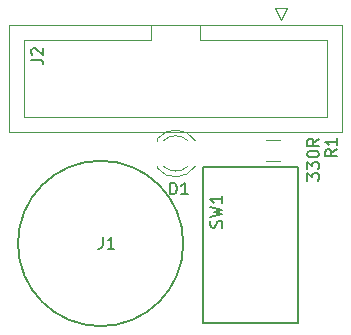
<source format=gbr>
%TF.GenerationSoftware,KiCad,Pcbnew,(5.1.9)-1*%
%TF.CreationDate,2021-03-02T23:47:49+00:00*%
%TF.ProjectId,Power In,506f7765-7220-4496-9e2e-6b696361645f,rev?*%
%TF.SameCoordinates,Original*%
%TF.FileFunction,Legend,Top*%
%TF.FilePolarity,Positive*%
%FSLAX46Y46*%
G04 Gerber Fmt 4.6, Leading zero omitted, Abs format (unit mm)*
G04 Created by KiCad (PCBNEW (5.1.9)-1) date 2021-03-02 23:47:49*
%MOMM*%
%LPD*%
G01*
G04 APERTURE LIST*
%ADD10C,0.120000*%
%ADD11C,0.150000*%
G04 APERTURE END LIST*
D10*
%TO.C,R1*%
X149825000Y-86986000D02*
X148625000Y-86986000D01*
X148625000Y-85226000D02*
X149825000Y-85226000D01*
%TO.C,D1*%
X139410000Y-87440000D02*
X139410000Y-87596000D01*
X139410000Y-85124000D02*
X139410000Y-85280000D01*
X142642335Y-85281392D02*
G75*
G03*
X139410000Y-85124484I-1672335J-1078608D01*
G01*
X142642335Y-87438608D02*
G75*
G02*
X139410000Y-87595516I-1672335J1078608D01*
G01*
X142011130Y-85280163D02*
G75*
G03*
X139929039Y-85280000I-1041130J-1079837D01*
G01*
X142011130Y-87439837D02*
G75*
G02*
X139929039Y-87440000I-1041130J1079837D01*
G01*
D11*
%TO.C,SW1*%
X143320000Y-100700000D02*
X151320000Y-100700000D01*
X151320000Y-100700000D02*
X151320000Y-87500000D01*
X151320000Y-87500000D02*
X143320000Y-87500000D01*
X143320000Y-87500000D02*
X143320000Y-100700000D01*
D10*
%TO.C,J2*%
X155070000Y-75450000D02*
X155070000Y-84570000D01*
X155070000Y-84570000D02*
X126870000Y-84570000D01*
X126870000Y-84570000D02*
X126870000Y-75450000D01*
X126870000Y-75450000D02*
X155070000Y-75450000D01*
X143020000Y-75450000D02*
X143020000Y-76760000D01*
X143020000Y-76760000D02*
X153770000Y-76760000D01*
X153770000Y-76760000D02*
X153770000Y-83260000D01*
X153770000Y-83260000D02*
X128170000Y-83260000D01*
X128170000Y-83260000D02*
X128170000Y-76760000D01*
X128170000Y-76760000D02*
X138920000Y-76760000D01*
X138920000Y-76760000D02*
X138920000Y-76760000D01*
X138920000Y-76760000D02*
X138920000Y-75450000D01*
X149860000Y-75060000D02*
X150360000Y-74060000D01*
X150360000Y-74060000D02*
X149360000Y-74060000D01*
X149360000Y-74060000D02*
X149860000Y-75060000D01*
D11*
%TO.C,J1*%
X141620000Y-93980000D02*
G75*
G03*
X141620000Y-93980000I-7000000J0D01*
G01*
%TO.C,R1*%
X154630380Y-86018666D02*
X154154190Y-86352000D01*
X154630380Y-86590095D02*
X153630380Y-86590095D01*
X153630380Y-86209142D01*
X153678000Y-86113904D01*
X153725619Y-86066285D01*
X153820857Y-86018666D01*
X153963714Y-86018666D01*
X154058952Y-86066285D01*
X154106571Y-86113904D01*
X154154190Y-86209142D01*
X154154190Y-86590095D01*
X154630380Y-85066285D02*
X154630380Y-85637714D01*
X154630380Y-85352000D02*
X153630380Y-85352000D01*
X153773238Y-85447238D01*
X153868476Y-85542476D01*
X153916095Y-85637714D01*
X152106380Y-88653714D02*
X152106380Y-88034666D01*
X152487333Y-88368000D01*
X152487333Y-88225142D01*
X152534952Y-88129904D01*
X152582571Y-88082285D01*
X152677809Y-88034666D01*
X152915904Y-88034666D01*
X153011142Y-88082285D01*
X153058761Y-88129904D01*
X153106380Y-88225142D01*
X153106380Y-88510857D01*
X153058761Y-88606095D01*
X153011142Y-88653714D01*
X152106380Y-87701333D02*
X152106380Y-87082285D01*
X152487333Y-87415619D01*
X152487333Y-87272761D01*
X152534952Y-87177523D01*
X152582571Y-87129904D01*
X152677809Y-87082285D01*
X152915904Y-87082285D01*
X153011142Y-87129904D01*
X153058761Y-87177523D01*
X153106380Y-87272761D01*
X153106380Y-87558476D01*
X153058761Y-87653714D01*
X153011142Y-87701333D01*
X152106380Y-86463238D02*
X152106380Y-86368000D01*
X152154000Y-86272761D01*
X152201619Y-86225142D01*
X152296857Y-86177523D01*
X152487333Y-86129904D01*
X152725428Y-86129904D01*
X152915904Y-86177523D01*
X153011142Y-86225142D01*
X153058761Y-86272761D01*
X153106380Y-86368000D01*
X153106380Y-86463238D01*
X153058761Y-86558476D01*
X153011142Y-86606095D01*
X152915904Y-86653714D01*
X152725428Y-86701333D01*
X152487333Y-86701333D01*
X152296857Y-86653714D01*
X152201619Y-86606095D01*
X152154000Y-86558476D01*
X152106380Y-86463238D01*
X153106380Y-85129904D02*
X152630190Y-85463238D01*
X153106380Y-85701333D02*
X152106380Y-85701333D01*
X152106380Y-85320380D01*
X152154000Y-85225142D01*
X152201619Y-85177523D01*
X152296857Y-85129904D01*
X152439714Y-85129904D01*
X152534952Y-85177523D01*
X152582571Y-85225142D01*
X152630190Y-85320380D01*
X152630190Y-85701333D01*
%TO.C,D1*%
X140485904Y-89822380D02*
X140485904Y-88822380D01*
X140724000Y-88822380D01*
X140866857Y-88870000D01*
X140962095Y-88965238D01*
X141009714Y-89060476D01*
X141057333Y-89250952D01*
X141057333Y-89393809D01*
X141009714Y-89584285D01*
X140962095Y-89679523D01*
X140866857Y-89774761D01*
X140724000Y-89822380D01*
X140485904Y-89822380D01*
X142009714Y-89822380D02*
X141438285Y-89822380D01*
X141724000Y-89822380D02*
X141724000Y-88822380D01*
X141628761Y-88965238D01*
X141533523Y-89060476D01*
X141438285Y-89108095D01*
%TO.C,SW1*%
X144864761Y-92633333D02*
X144912380Y-92490476D01*
X144912380Y-92252380D01*
X144864761Y-92157142D01*
X144817142Y-92109523D01*
X144721904Y-92061904D01*
X144626666Y-92061904D01*
X144531428Y-92109523D01*
X144483809Y-92157142D01*
X144436190Y-92252380D01*
X144388571Y-92442857D01*
X144340952Y-92538095D01*
X144293333Y-92585714D01*
X144198095Y-92633333D01*
X144102857Y-92633333D01*
X144007619Y-92585714D01*
X143960000Y-92538095D01*
X143912380Y-92442857D01*
X143912380Y-92204761D01*
X143960000Y-92061904D01*
X143912380Y-91728571D02*
X144912380Y-91490476D01*
X144198095Y-91300000D01*
X144912380Y-91109523D01*
X143912380Y-90871428D01*
X144912380Y-89966666D02*
X144912380Y-90538095D01*
X144912380Y-90252380D02*
X143912380Y-90252380D01*
X144055238Y-90347619D01*
X144150476Y-90442857D01*
X144198095Y-90538095D01*
%TO.C,J2*%
X128752380Y-78433333D02*
X129466666Y-78433333D01*
X129609523Y-78480952D01*
X129704761Y-78576190D01*
X129752380Y-78719047D01*
X129752380Y-78814285D01*
X128847619Y-78004761D02*
X128800000Y-77957142D01*
X128752380Y-77861904D01*
X128752380Y-77623809D01*
X128800000Y-77528571D01*
X128847619Y-77480952D01*
X128942857Y-77433333D01*
X129038095Y-77433333D01*
X129180952Y-77480952D01*
X129752380Y-78052380D01*
X129752380Y-77433333D01*
%TO.C,J1*%
X134786666Y-93432380D02*
X134786666Y-94146666D01*
X134739047Y-94289523D01*
X134643809Y-94384761D01*
X134500952Y-94432380D01*
X134405714Y-94432380D01*
X135786666Y-94432380D02*
X135215238Y-94432380D01*
X135500952Y-94432380D02*
X135500952Y-93432380D01*
X135405714Y-93575238D01*
X135310476Y-93670476D01*
X135215238Y-93718095D01*
%TD*%
M02*

</source>
